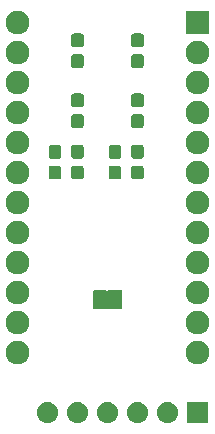
<source format=gts>
G04 #@! TF.GenerationSoftware,KiCad,Pcbnew,(5.1.4)-1*
G04 #@! TF.CreationDate,2019-12-18T21:33:11+01:00*
G04 #@! TF.ProjectId,ser,7365722e-6b69-4636-9164-5f7063625858,rev?*
G04 #@! TF.SameCoordinates,Original*
G04 #@! TF.FileFunction,Soldermask,Top*
G04 #@! TF.FilePolarity,Negative*
%FSLAX46Y46*%
G04 Gerber Fmt 4.6, Leading zero omitted, Abs format (unit mm)*
G04 Created by KiCad (PCBNEW (5.1.4)-1) date 2019-12-18 21:33:11*
%MOMM*%
%LPD*%
G04 APERTURE LIST*
%ADD10C,0.100000*%
G04 APERTURE END LIST*
D10*
G36*
X133993842Y-118485518D02*
G01*
X134060027Y-118492037D01*
X134229866Y-118543557D01*
X134386391Y-118627222D01*
X134422129Y-118656552D01*
X134523586Y-118739814D01*
X134606848Y-118841271D01*
X134636178Y-118877009D01*
X134719843Y-119033534D01*
X134771363Y-119203373D01*
X134788759Y-119380000D01*
X134771363Y-119556627D01*
X134719843Y-119726466D01*
X134636178Y-119882991D01*
X134606848Y-119918729D01*
X134523586Y-120020186D01*
X134422129Y-120103448D01*
X134386391Y-120132778D01*
X134229866Y-120216443D01*
X134060027Y-120267963D01*
X133993842Y-120274482D01*
X133927660Y-120281000D01*
X133839140Y-120281000D01*
X133772958Y-120274482D01*
X133706773Y-120267963D01*
X133536934Y-120216443D01*
X133380409Y-120132778D01*
X133344671Y-120103448D01*
X133243214Y-120020186D01*
X133159952Y-119918729D01*
X133130622Y-119882991D01*
X133046957Y-119726466D01*
X132995437Y-119556627D01*
X132978041Y-119380000D01*
X132995437Y-119203373D01*
X133046957Y-119033534D01*
X133130622Y-118877009D01*
X133159952Y-118841271D01*
X133243214Y-118739814D01*
X133344671Y-118656552D01*
X133380409Y-118627222D01*
X133536934Y-118543557D01*
X133706773Y-118492037D01*
X133772958Y-118485518D01*
X133839140Y-118479000D01*
X133927660Y-118479000D01*
X133993842Y-118485518D01*
X133993842Y-118485518D01*
G37*
G36*
X144153842Y-118485518D02*
G01*
X144220027Y-118492037D01*
X144389866Y-118543557D01*
X144546391Y-118627222D01*
X144582129Y-118656552D01*
X144683586Y-118739814D01*
X144766848Y-118841271D01*
X144796178Y-118877009D01*
X144879843Y-119033534D01*
X144931363Y-119203373D01*
X144948759Y-119380000D01*
X144931363Y-119556627D01*
X144879843Y-119726466D01*
X144796178Y-119882991D01*
X144766848Y-119918729D01*
X144683586Y-120020186D01*
X144582129Y-120103448D01*
X144546391Y-120132778D01*
X144389866Y-120216443D01*
X144220027Y-120267963D01*
X144153842Y-120274482D01*
X144087660Y-120281000D01*
X143999140Y-120281000D01*
X143932958Y-120274482D01*
X143866773Y-120267963D01*
X143696934Y-120216443D01*
X143540409Y-120132778D01*
X143504671Y-120103448D01*
X143403214Y-120020186D01*
X143319952Y-119918729D01*
X143290622Y-119882991D01*
X143206957Y-119726466D01*
X143155437Y-119556627D01*
X143138041Y-119380000D01*
X143155437Y-119203373D01*
X143206957Y-119033534D01*
X143290622Y-118877009D01*
X143319952Y-118841271D01*
X143403214Y-118739814D01*
X143504671Y-118656552D01*
X143540409Y-118627222D01*
X143696934Y-118543557D01*
X143866773Y-118492037D01*
X143932958Y-118485518D01*
X143999140Y-118479000D01*
X144087660Y-118479000D01*
X144153842Y-118485518D01*
X144153842Y-118485518D01*
G37*
G36*
X147484400Y-120281000D02*
G01*
X145682400Y-120281000D01*
X145682400Y-118479000D01*
X147484400Y-118479000D01*
X147484400Y-120281000D01*
X147484400Y-120281000D01*
G37*
G36*
X141613842Y-118485518D02*
G01*
X141680027Y-118492037D01*
X141849866Y-118543557D01*
X142006391Y-118627222D01*
X142042129Y-118656552D01*
X142143586Y-118739814D01*
X142226848Y-118841271D01*
X142256178Y-118877009D01*
X142339843Y-119033534D01*
X142391363Y-119203373D01*
X142408759Y-119380000D01*
X142391363Y-119556627D01*
X142339843Y-119726466D01*
X142256178Y-119882991D01*
X142226848Y-119918729D01*
X142143586Y-120020186D01*
X142042129Y-120103448D01*
X142006391Y-120132778D01*
X141849866Y-120216443D01*
X141680027Y-120267963D01*
X141613842Y-120274482D01*
X141547660Y-120281000D01*
X141459140Y-120281000D01*
X141392958Y-120274482D01*
X141326773Y-120267963D01*
X141156934Y-120216443D01*
X141000409Y-120132778D01*
X140964671Y-120103448D01*
X140863214Y-120020186D01*
X140779952Y-119918729D01*
X140750622Y-119882991D01*
X140666957Y-119726466D01*
X140615437Y-119556627D01*
X140598041Y-119380000D01*
X140615437Y-119203373D01*
X140666957Y-119033534D01*
X140750622Y-118877009D01*
X140779952Y-118841271D01*
X140863214Y-118739814D01*
X140964671Y-118656552D01*
X141000409Y-118627222D01*
X141156934Y-118543557D01*
X141326773Y-118492037D01*
X141392958Y-118485518D01*
X141459140Y-118479000D01*
X141547660Y-118479000D01*
X141613842Y-118485518D01*
X141613842Y-118485518D01*
G37*
G36*
X136533842Y-118485518D02*
G01*
X136600027Y-118492037D01*
X136769866Y-118543557D01*
X136926391Y-118627222D01*
X136962129Y-118656552D01*
X137063586Y-118739814D01*
X137146848Y-118841271D01*
X137176178Y-118877009D01*
X137259843Y-119033534D01*
X137311363Y-119203373D01*
X137328759Y-119380000D01*
X137311363Y-119556627D01*
X137259843Y-119726466D01*
X137176178Y-119882991D01*
X137146848Y-119918729D01*
X137063586Y-120020186D01*
X136962129Y-120103448D01*
X136926391Y-120132778D01*
X136769866Y-120216443D01*
X136600027Y-120267963D01*
X136533842Y-120274482D01*
X136467660Y-120281000D01*
X136379140Y-120281000D01*
X136312958Y-120274482D01*
X136246773Y-120267963D01*
X136076934Y-120216443D01*
X135920409Y-120132778D01*
X135884671Y-120103448D01*
X135783214Y-120020186D01*
X135699952Y-119918729D01*
X135670622Y-119882991D01*
X135586957Y-119726466D01*
X135535437Y-119556627D01*
X135518041Y-119380000D01*
X135535437Y-119203373D01*
X135586957Y-119033534D01*
X135670622Y-118877009D01*
X135699952Y-118841271D01*
X135783214Y-118739814D01*
X135884671Y-118656552D01*
X135920409Y-118627222D01*
X136076934Y-118543557D01*
X136246773Y-118492037D01*
X136312958Y-118485518D01*
X136379140Y-118479000D01*
X136467660Y-118479000D01*
X136533842Y-118485518D01*
X136533842Y-118485518D01*
G37*
G36*
X139073842Y-118485518D02*
G01*
X139140027Y-118492037D01*
X139309866Y-118543557D01*
X139466391Y-118627222D01*
X139502129Y-118656552D01*
X139603586Y-118739814D01*
X139686848Y-118841271D01*
X139716178Y-118877009D01*
X139799843Y-119033534D01*
X139851363Y-119203373D01*
X139868759Y-119380000D01*
X139851363Y-119556627D01*
X139799843Y-119726466D01*
X139716178Y-119882991D01*
X139686848Y-119918729D01*
X139603586Y-120020186D01*
X139502129Y-120103448D01*
X139466391Y-120132778D01*
X139309866Y-120216443D01*
X139140027Y-120267963D01*
X139073842Y-120274482D01*
X139007660Y-120281000D01*
X138919140Y-120281000D01*
X138852958Y-120274482D01*
X138786773Y-120267963D01*
X138616934Y-120216443D01*
X138460409Y-120132778D01*
X138424671Y-120103448D01*
X138323214Y-120020186D01*
X138239952Y-119918729D01*
X138210622Y-119882991D01*
X138126957Y-119726466D01*
X138075437Y-119556627D01*
X138058041Y-119380000D01*
X138075437Y-119203373D01*
X138126957Y-119033534D01*
X138210622Y-118877009D01*
X138239952Y-118841271D01*
X138323214Y-118739814D01*
X138424671Y-118656552D01*
X138460409Y-118627222D01*
X138616934Y-118543557D01*
X138786773Y-118492037D01*
X138852958Y-118485518D01*
X138919140Y-118479000D01*
X139007660Y-118479000D01*
X139073842Y-118485518D01*
X139073842Y-118485518D01*
G37*
G36*
X146872403Y-113347275D02*
G01*
X146872405Y-113347276D01*
X146872406Y-113347276D01*
X147052720Y-113421964D01*
X147214998Y-113530395D01*
X147353005Y-113668402D01*
X147461436Y-113830680D01*
X147536124Y-114010994D01*
X147574200Y-114202415D01*
X147574200Y-114397585D01*
X147536124Y-114589006D01*
X147461436Y-114769320D01*
X147353005Y-114931598D01*
X147214998Y-115069605D01*
X147052720Y-115178036D01*
X146872406Y-115252724D01*
X146872405Y-115252724D01*
X146872403Y-115252725D01*
X146680987Y-115290800D01*
X146485813Y-115290800D01*
X146294397Y-115252725D01*
X146294395Y-115252724D01*
X146294394Y-115252724D01*
X146114080Y-115178036D01*
X145951802Y-115069605D01*
X145813795Y-114931598D01*
X145705364Y-114769320D01*
X145630676Y-114589006D01*
X145592600Y-114397585D01*
X145592600Y-114202415D01*
X145630676Y-114010994D01*
X145705364Y-113830680D01*
X145813795Y-113668402D01*
X145951802Y-113530395D01*
X146114080Y-113421964D01*
X146294394Y-113347276D01*
X146294395Y-113347276D01*
X146294397Y-113347275D01*
X146485813Y-113309200D01*
X146680987Y-113309200D01*
X146872403Y-113347275D01*
X146872403Y-113347275D01*
G37*
G36*
X131632403Y-113347275D02*
G01*
X131632405Y-113347276D01*
X131632406Y-113347276D01*
X131812720Y-113421964D01*
X131974998Y-113530395D01*
X132113005Y-113668402D01*
X132221436Y-113830680D01*
X132296124Y-114010994D01*
X132334200Y-114202415D01*
X132334200Y-114397585D01*
X132296124Y-114589006D01*
X132221436Y-114769320D01*
X132113005Y-114931598D01*
X131974998Y-115069605D01*
X131812720Y-115178036D01*
X131632406Y-115252724D01*
X131632405Y-115252724D01*
X131632403Y-115252725D01*
X131440987Y-115290800D01*
X131245813Y-115290800D01*
X131054397Y-115252725D01*
X131054395Y-115252724D01*
X131054394Y-115252724D01*
X130874080Y-115178036D01*
X130711802Y-115069605D01*
X130573795Y-114931598D01*
X130465364Y-114769320D01*
X130390676Y-114589006D01*
X130352600Y-114397585D01*
X130352600Y-114202415D01*
X130390676Y-114010994D01*
X130465364Y-113830680D01*
X130573795Y-113668402D01*
X130711802Y-113530395D01*
X130874080Y-113421964D01*
X131054394Y-113347276D01*
X131054395Y-113347276D01*
X131054397Y-113347275D01*
X131245813Y-113309200D01*
X131440987Y-113309200D01*
X131632403Y-113347275D01*
X131632403Y-113347275D01*
G37*
G36*
X131632403Y-110807275D02*
G01*
X131632405Y-110807276D01*
X131632406Y-110807276D01*
X131812720Y-110881964D01*
X131974998Y-110990395D01*
X132113005Y-111128402D01*
X132221436Y-111290680D01*
X132296124Y-111470994D01*
X132334200Y-111662415D01*
X132334200Y-111857585D01*
X132296124Y-112049006D01*
X132221436Y-112229320D01*
X132113005Y-112391598D01*
X131974998Y-112529605D01*
X131812720Y-112638036D01*
X131632406Y-112712724D01*
X131632405Y-112712724D01*
X131632403Y-112712725D01*
X131440987Y-112750800D01*
X131245813Y-112750800D01*
X131054397Y-112712725D01*
X131054395Y-112712724D01*
X131054394Y-112712724D01*
X130874080Y-112638036D01*
X130711802Y-112529605D01*
X130573795Y-112391598D01*
X130465364Y-112229320D01*
X130390676Y-112049006D01*
X130352600Y-111857585D01*
X130352600Y-111662415D01*
X130390676Y-111470994D01*
X130465364Y-111290680D01*
X130573795Y-111128402D01*
X130711802Y-110990395D01*
X130874080Y-110881964D01*
X131054394Y-110807276D01*
X131054395Y-110807276D01*
X131054397Y-110807275D01*
X131245813Y-110769200D01*
X131440987Y-110769200D01*
X131632403Y-110807275D01*
X131632403Y-110807275D01*
G37*
G36*
X146872403Y-110807275D02*
G01*
X146872405Y-110807276D01*
X146872406Y-110807276D01*
X147052720Y-110881964D01*
X147214998Y-110990395D01*
X147353005Y-111128402D01*
X147461436Y-111290680D01*
X147536124Y-111470994D01*
X147574200Y-111662415D01*
X147574200Y-111857585D01*
X147536124Y-112049006D01*
X147461436Y-112229320D01*
X147353005Y-112391598D01*
X147214998Y-112529605D01*
X147052720Y-112638036D01*
X146872406Y-112712724D01*
X146872405Y-112712724D01*
X146872403Y-112712725D01*
X146680987Y-112750800D01*
X146485813Y-112750800D01*
X146294397Y-112712725D01*
X146294395Y-112712724D01*
X146294394Y-112712724D01*
X146114080Y-112638036D01*
X145951802Y-112529605D01*
X145813795Y-112391598D01*
X145705364Y-112229320D01*
X145630676Y-112049006D01*
X145592600Y-111857585D01*
X145592600Y-111662415D01*
X145630676Y-111470994D01*
X145705364Y-111290680D01*
X145813795Y-111128402D01*
X145951802Y-110990395D01*
X146114080Y-110881964D01*
X146294394Y-110807276D01*
X146294395Y-110807276D01*
X146294397Y-110807275D01*
X146485813Y-110769200D01*
X146680987Y-110769200D01*
X146872403Y-110807275D01*
X146872403Y-110807275D01*
G37*
G36*
X138823399Y-109054737D02*
G01*
X138833008Y-109057652D01*
X138841872Y-109062390D01*
X138858104Y-109075711D01*
X138878479Y-109089324D01*
X138901118Y-109098701D01*
X138925151Y-109103481D01*
X138949655Y-109103481D01*
X138973689Y-109098700D01*
X138996327Y-109089322D01*
X139016701Y-109075708D01*
X139034028Y-109058381D01*
X139036955Y-109054000D01*
X140164400Y-109054000D01*
X140164400Y-110656000D01*
X139036845Y-110656000D01*
X139025789Y-110642528D01*
X139006847Y-110626983D01*
X138985236Y-110615432D01*
X138961787Y-110608319D01*
X138937401Y-110605917D01*
X138913015Y-110608319D01*
X138889566Y-110615432D01*
X138858104Y-110634289D01*
X138841872Y-110647610D01*
X138833008Y-110652348D01*
X138823399Y-110655263D01*
X138807260Y-110656852D01*
X137819540Y-110656852D01*
X137803401Y-110655263D01*
X137793792Y-110652348D01*
X137784928Y-110647610D01*
X137777163Y-110641237D01*
X137770790Y-110633472D01*
X137766052Y-110624608D01*
X137763137Y-110614999D01*
X137761548Y-110598860D01*
X137761548Y-109111140D01*
X137763137Y-109095001D01*
X137766052Y-109085392D01*
X137770790Y-109076528D01*
X137777163Y-109068763D01*
X137784928Y-109062390D01*
X137793792Y-109057652D01*
X137803401Y-109054737D01*
X137819540Y-109053148D01*
X138807260Y-109053148D01*
X138823399Y-109054737D01*
X138823399Y-109054737D01*
G37*
G36*
X131632403Y-108267275D02*
G01*
X131632405Y-108267276D01*
X131632406Y-108267276D01*
X131812720Y-108341964D01*
X131974998Y-108450395D01*
X132113005Y-108588402D01*
X132221436Y-108750680D01*
X132296124Y-108930994D01*
X132296125Y-108930997D01*
X132334200Y-109122413D01*
X132334200Y-109317585D01*
X132296124Y-109509006D01*
X132221436Y-109689320D01*
X132113005Y-109851598D01*
X131974998Y-109989605D01*
X131812720Y-110098036D01*
X131632406Y-110172724D01*
X131632405Y-110172724D01*
X131632403Y-110172725D01*
X131440987Y-110210800D01*
X131245813Y-110210800D01*
X131054397Y-110172725D01*
X131054395Y-110172724D01*
X131054394Y-110172724D01*
X130874080Y-110098036D01*
X130711802Y-109989605D01*
X130573795Y-109851598D01*
X130465364Y-109689320D01*
X130390676Y-109509006D01*
X130352600Y-109317585D01*
X130352600Y-109122413D01*
X130390675Y-108930997D01*
X130390676Y-108930994D01*
X130465364Y-108750680D01*
X130573795Y-108588402D01*
X130711802Y-108450395D01*
X130874080Y-108341964D01*
X131054394Y-108267276D01*
X131054395Y-108267276D01*
X131054397Y-108267275D01*
X131245813Y-108229200D01*
X131440987Y-108229200D01*
X131632403Y-108267275D01*
X131632403Y-108267275D01*
G37*
G36*
X146872403Y-108267275D02*
G01*
X146872405Y-108267276D01*
X146872406Y-108267276D01*
X147052720Y-108341964D01*
X147214998Y-108450395D01*
X147353005Y-108588402D01*
X147461436Y-108750680D01*
X147536124Y-108930994D01*
X147536125Y-108930997D01*
X147574200Y-109122413D01*
X147574200Y-109317585D01*
X147536124Y-109509006D01*
X147461436Y-109689320D01*
X147353005Y-109851598D01*
X147214998Y-109989605D01*
X147052720Y-110098036D01*
X146872406Y-110172724D01*
X146872405Y-110172724D01*
X146872403Y-110172725D01*
X146680987Y-110210800D01*
X146485813Y-110210800D01*
X146294397Y-110172725D01*
X146294395Y-110172724D01*
X146294394Y-110172724D01*
X146114080Y-110098036D01*
X145951802Y-109989605D01*
X145813795Y-109851598D01*
X145705364Y-109689320D01*
X145630676Y-109509006D01*
X145592600Y-109317585D01*
X145592600Y-109122413D01*
X145630675Y-108930997D01*
X145630676Y-108930994D01*
X145705364Y-108750680D01*
X145813795Y-108588402D01*
X145951802Y-108450395D01*
X146114080Y-108341964D01*
X146294394Y-108267276D01*
X146294395Y-108267276D01*
X146294397Y-108267275D01*
X146485813Y-108229200D01*
X146680987Y-108229200D01*
X146872403Y-108267275D01*
X146872403Y-108267275D01*
G37*
G36*
X146872403Y-105727275D02*
G01*
X146872405Y-105727276D01*
X146872406Y-105727276D01*
X147052720Y-105801964D01*
X147214998Y-105910395D01*
X147353005Y-106048402D01*
X147461436Y-106210680D01*
X147536124Y-106390994D01*
X147574200Y-106582415D01*
X147574200Y-106777585D01*
X147536124Y-106969006D01*
X147461436Y-107149320D01*
X147353005Y-107311598D01*
X147214998Y-107449605D01*
X147052720Y-107558036D01*
X146872406Y-107632724D01*
X146872405Y-107632724D01*
X146872403Y-107632725D01*
X146680987Y-107670800D01*
X146485813Y-107670800D01*
X146294397Y-107632725D01*
X146294395Y-107632724D01*
X146294394Y-107632724D01*
X146114080Y-107558036D01*
X145951802Y-107449605D01*
X145813795Y-107311598D01*
X145705364Y-107149320D01*
X145630676Y-106969006D01*
X145592600Y-106777585D01*
X145592600Y-106582415D01*
X145630676Y-106390994D01*
X145705364Y-106210680D01*
X145813795Y-106048402D01*
X145951802Y-105910395D01*
X146114080Y-105801964D01*
X146294394Y-105727276D01*
X146294395Y-105727276D01*
X146294397Y-105727275D01*
X146485813Y-105689200D01*
X146680987Y-105689200D01*
X146872403Y-105727275D01*
X146872403Y-105727275D01*
G37*
G36*
X131632403Y-105727275D02*
G01*
X131632405Y-105727276D01*
X131632406Y-105727276D01*
X131812720Y-105801964D01*
X131974998Y-105910395D01*
X132113005Y-106048402D01*
X132221436Y-106210680D01*
X132296124Y-106390994D01*
X132334200Y-106582415D01*
X132334200Y-106777585D01*
X132296124Y-106969006D01*
X132221436Y-107149320D01*
X132113005Y-107311598D01*
X131974998Y-107449605D01*
X131812720Y-107558036D01*
X131632406Y-107632724D01*
X131632405Y-107632724D01*
X131632403Y-107632725D01*
X131440987Y-107670800D01*
X131245813Y-107670800D01*
X131054397Y-107632725D01*
X131054395Y-107632724D01*
X131054394Y-107632724D01*
X130874080Y-107558036D01*
X130711802Y-107449605D01*
X130573795Y-107311598D01*
X130465364Y-107149320D01*
X130390676Y-106969006D01*
X130352600Y-106777585D01*
X130352600Y-106582415D01*
X130390676Y-106390994D01*
X130465364Y-106210680D01*
X130573795Y-106048402D01*
X130711802Y-105910395D01*
X130874080Y-105801964D01*
X131054394Y-105727276D01*
X131054395Y-105727276D01*
X131054397Y-105727275D01*
X131245813Y-105689200D01*
X131440987Y-105689200D01*
X131632403Y-105727275D01*
X131632403Y-105727275D01*
G37*
G36*
X131632403Y-103187275D02*
G01*
X131632405Y-103187276D01*
X131632406Y-103187276D01*
X131812720Y-103261964D01*
X131974998Y-103370395D01*
X132113005Y-103508402D01*
X132221436Y-103670680D01*
X132296124Y-103850994D01*
X132334200Y-104042415D01*
X132334200Y-104237585D01*
X132296124Y-104429006D01*
X132221436Y-104609320D01*
X132113005Y-104771598D01*
X131974998Y-104909605D01*
X131812720Y-105018036D01*
X131632406Y-105092724D01*
X131632405Y-105092724D01*
X131632403Y-105092725D01*
X131440987Y-105130800D01*
X131245813Y-105130800D01*
X131054397Y-105092725D01*
X131054395Y-105092724D01*
X131054394Y-105092724D01*
X130874080Y-105018036D01*
X130711802Y-104909605D01*
X130573795Y-104771598D01*
X130465364Y-104609320D01*
X130390676Y-104429006D01*
X130352600Y-104237585D01*
X130352600Y-104042415D01*
X130390676Y-103850994D01*
X130465364Y-103670680D01*
X130573795Y-103508402D01*
X130711802Y-103370395D01*
X130874080Y-103261964D01*
X131054394Y-103187276D01*
X131054395Y-103187276D01*
X131054397Y-103187275D01*
X131245813Y-103149200D01*
X131440987Y-103149200D01*
X131632403Y-103187275D01*
X131632403Y-103187275D01*
G37*
G36*
X146872403Y-103187275D02*
G01*
X146872405Y-103187276D01*
X146872406Y-103187276D01*
X147052720Y-103261964D01*
X147214998Y-103370395D01*
X147353005Y-103508402D01*
X147461436Y-103670680D01*
X147536124Y-103850994D01*
X147574200Y-104042415D01*
X147574200Y-104237585D01*
X147536124Y-104429006D01*
X147461436Y-104609320D01*
X147353005Y-104771598D01*
X147214998Y-104909605D01*
X147052720Y-105018036D01*
X146872406Y-105092724D01*
X146872405Y-105092724D01*
X146872403Y-105092725D01*
X146680987Y-105130800D01*
X146485813Y-105130800D01*
X146294397Y-105092725D01*
X146294395Y-105092724D01*
X146294394Y-105092724D01*
X146114080Y-105018036D01*
X145951802Y-104909605D01*
X145813795Y-104771598D01*
X145705364Y-104609320D01*
X145630676Y-104429006D01*
X145592600Y-104237585D01*
X145592600Y-104042415D01*
X145630676Y-103850994D01*
X145705364Y-103670680D01*
X145813795Y-103508402D01*
X145951802Y-103370395D01*
X146114080Y-103261964D01*
X146294394Y-103187276D01*
X146294395Y-103187276D01*
X146294397Y-103187275D01*
X146485813Y-103149200D01*
X146680987Y-103149200D01*
X146872403Y-103187275D01*
X146872403Y-103187275D01*
G37*
G36*
X146872403Y-100647275D02*
G01*
X146872405Y-100647276D01*
X146872406Y-100647276D01*
X147052720Y-100721964D01*
X147214998Y-100830395D01*
X147353005Y-100968402D01*
X147461436Y-101130680D01*
X147536124Y-101310994D01*
X147574200Y-101502415D01*
X147574200Y-101697585D01*
X147536124Y-101889006D01*
X147461436Y-102069320D01*
X147353005Y-102231598D01*
X147214998Y-102369605D01*
X147052720Y-102478036D01*
X146872406Y-102552724D01*
X146872405Y-102552724D01*
X146872403Y-102552725D01*
X146680987Y-102590800D01*
X146485813Y-102590800D01*
X146294397Y-102552725D01*
X146294395Y-102552724D01*
X146294394Y-102552724D01*
X146114080Y-102478036D01*
X145951802Y-102369605D01*
X145813795Y-102231598D01*
X145705364Y-102069320D01*
X145630676Y-101889006D01*
X145592600Y-101697585D01*
X145592600Y-101502415D01*
X145630676Y-101310994D01*
X145705364Y-101130680D01*
X145813795Y-100968402D01*
X145951802Y-100830395D01*
X146114080Y-100721964D01*
X146294394Y-100647276D01*
X146294395Y-100647276D01*
X146294397Y-100647275D01*
X146485813Y-100609200D01*
X146680987Y-100609200D01*
X146872403Y-100647275D01*
X146872403Y-100647275D01*
G37*
G36*
X131632403Y-100647275D02*
G01*
X131632405Y-100647276D01*
X131632406Y-100647276D01*
X131812720Y-100721964D01*
X131974998Y-100830395D01*
X132113005Y-100968402D01*
X132221436Y-101130680D01*
X132296124Y-101310994D01*
X132334200Y-101502415D01*
X132334200Y-101697585D01*
X132296124Y-101889006D01*
X132221436Y-102069320D01*
X132113005Y-102231598D01*
X131974998Y-102369605D01*
X131812720Y-102478036D01*
X131632406Y-102552724D01*
X131632405Y-102552724D01*
X131632403Y-102552725D01*
X131440987Y-102590800D01*
X131245813Y-102590800D01*
X131054397Y-102552725D01*
X131054395Y-102552724D01*
X131054394Y-102552724D01*
X130874080Y-102478036D01*
X130711802Y-102369605D01*
X130573795Y-102231598D01*
X130465364Y-102069320D01*
X130390676Y-101889006D01*
X130352600Y-101697585D01*
X130352600Y-101502415D01*
X130390676Y-101310994D01*
X130465364Y-101130680D01*
X130573795Y-100968402D01*
X130711802Y-100830395D01*
X130874080Y-100721964D01*
X131054394Y-100647276D01*
X131054395Y-100647276D01*
X131054397Y-100647275D01*
X131245813Y-100609200D01*
X131440987Y-100609200D01*
X131632403Y-100647275D01*
X131632403Y-100647275D01*
G37*
G36*
X146872403Y-98107275D02*
G01*
X146872405Y-98107276D01*
X146872406Y-98107276D01*
X147052720Y-98181964D01*
X147214998Y-98290395D01*
X147353005Y-98428402D01*
X147461436Y-98590680D01*
X147536124Y-98770994D01*
X147574200Y-98962415D01*
X147574200Y-99157585D01*
X147536124Y-99349006D01*
X147461436Y-99529320D01*
X147353005Y-99691598D01*
X147214998Y-99829605D01*
X147052720Y-99938036D01*
X146872406Y-100012724D01*
X146872405Y-100012724D01*
X146872403Y-100012725D01*
X146680987Y-100050800D01*
X146485813Y-100050800D01*
X146294397Y-100012725D01*
X146294395Y-100012724D01*
X146294394Y-100012724D01*
X146114080Y-99938036D01*
X145951802Y-99829605D01*
X145813795Y-99691598D01*
X145705364Y-99529320D01*
X145630676Y-99349006D01*
X145592600Y-99157585D01*
X145592600Y-98962415D01*
X145630676Y-98770994D01*
X145705364Y-98590680D01*
X145813795Y-98428402D01*
X145951802Y-98290395D01*
X146114080Y-98181964D01*
X146294394Y-98107276D01*
X146294395Y-98107276D01*
X146294397Y-98107275D01*
X146485813Y-98069200D01*
X146680987Y-98069200D01*
X146872403Y-98107275D01*
X146872403Y-98107275D01*
G37*
G36*
X131632403Y-98107275D02*
G01*
X131632405Y-98107276D01*
X131632406Y-98107276D01*
X131812720Y-98181964D01*
X131974998Y-98290395D01*
X132113005Y-98428402D01*
X132221436Y-98590680D01*
X132296124Y-98770994D01*
X132334200Y-98962415D01*
X132334200Y-99157585D01*
X132296124Y-99349006D01*
X132221436Y-99529320D01*
X132113005Y-99691598D01*
X131974998Y-99829605D01*
X131812720Y-99938036D01*
X131632406Y-100012724D01*
X131632405Y-100012724D01*
X131632403Y-100012725D01*
X131440987Y-100050800D01*
X131245813Y-100050800D01*
X131054397Y-100012725D01*
X131054395Y-100012724D01*
X131054394Y-100012724D01*
X130874080Y-99938036D01*
X130711802Y-99829605D01*
X130573795Y-99691598D01*
X130465364Y-99529320D01*
X130390676Y-99349006D01*
X130352600Y-99157585D01*
X130352600Y-98962415D01*
X130390676Y-98770994D01*
X130465364Y-98590680D01*
X130573795Y-98428402D01*
X130711802Y-98290395D01*
X130874080Y-98181964D01*
X131054394Y-98107276D01*
X131054395Y-98107276D01*
X131054397Y-98107275D01*
X131245813Y-98069200D01*
X131440987Y-98069200D01*
X131632403Y-98107275D01*
X131632403Y-98107275D01*
G37*
G36*
X134882899Y-98488445D02*
G01*
X134920395Y-98499820D01*
X134954954Y-98518292D01*
X134985247Y-98543153D01*
X135010108Y-98573446D01*
X135028580Y-98608005D01*
X135039955Y-98645501D01*
X135044400Y-98690638D01*
X135044400Y-99429362D01*
X135039955Y-99474499D01*
X135028580Y-99511995D01*
X135010108Y-99546554D01*
X134985247Y-99576847D01*
X134954954Y-99601708D01*
X134920395Y-99620180D01*
X134882899Y-99631555D01*
X134837762Y-99636000D01*
X134199038Y-99636000D01*
X134153901Y-99631555D01*
X134116405Y-99620180D01*
X134081846Y-99601708D01*
X134051553Y-99576847D01*
X134026692Y-99546554D01*
X134008220Y-99511995D01*
X133996845Y-99474499D01*
X133992400Y-99429362D01*
X133992400Y-98690638D01*
X133996845Y-98645501D01*
X134008220Y-98608005D01*
X134026692Y-98573446D01*
X134051553Y-98543153D01*
X134081846Y-98518292D01*
X134116405Y-98499820D01*
X134153901Y-98488445D01*
X134199038Y-98484000D01*
X134837762Y-98484000D01*
X134882899Y-98488445D01*
X134882899Y-98488445D01*
G37*
G36*
X139962899Y-98488445D02*
G01*
X140000395Y-98499820D01*
X140034954Y-98518292D01*
X140065247Y-98543153D01*
X140090108Y-98573446D01*
X140108580Y-98608005D01*
X140119955Y-98645501D01*
X140124400Y-98690638D01*
X140124400Y-99429362D01*
X140119955Y-99474499D01*
X140108580Y-99511995D01*
X140090108Y-99546554D01*
X140065247Y-99576847D01*
X140034954Y-99601708D01*
X140000395Y-99620180D01*
X139962899Y-99631555D01*
X139917762Y-99636000D01*
X139279038Y-99636000D01*
X139233901Y-99631555D01*
X139196405Y-99620180D01*
X139161846Y-99601708D01*
X139131553Y-99576847D01*
X139106692Y-99546554D01*
X139088220Y-99511995D01*
X139076845Y-99474499D01*
X139072400Y-99429362D01*
X139072400Y-98690638D01*
X139076845Y-98645501D01*
X139088220Y-98608005D01*
X139106692Y-98573446D01*
X139131553Y-98543153D01*
X139161846Y-98518292D01*
X139196405Y-98499820D01*
X139233901Y-98488445D01*
X139279038Y-98484000D01*
X139917762Y-98484000D01*
X139962899Y-98488445D01*
X139962899Y-98488445D01*
G37*
G36*
X141867899Y-98488445D02*
G01*
X141905395Y-98499820D01*
X141939954Y-98518292D01*
X141970247Y-98543153D01*
X141995108Y-98573446D01*
X142013580Y-98608005D01*
X142024955Y-98645501D01*
X142029400Y-98690638D01*
X142029400Y-99429362D01*
X142024955Y-99474499D01*
X142013580Y-99511995D01*
X141995108Y-99546554D01*
X141970247Y-99576847D01*
X141939954Y-99601708D01*
X141905395Y-99620180D01*
X141867899Y-99631555D01*
X141822762Y-99636000D01*
X141184038Y-99636000D01*
X141138901Y-99631555D01*
X141101405Y-99620180D01*
X141066846Y-99601708D01*
X141036553Y-99576847D01*
X141011692Y-99546554D01*
X140993220Y-99511995D01*
X140981845Y-99474499D01*
X140977400Y-99429362D01*
X140977400Y-98690638D01*
X140981845Y-98645501D01*
X140993220Y-98608005D01*
X141011692Y-98573446D01*
X141036553Y-98543153D01*
X141066846Y-98518292D01*
X141101405Y-98499820D01*
X141138901Y-98488445D01*
X141184038Y-98484000D01*
X141822762Y-98484000D01*
X141867899Y-98488445D01*
X141867899Y-98488445D01*
G37*
G36*
X136787899Y-98488445D02*
G01*
X136825395Y-98499820D01*
X136859954Y-98518292D01*
X136890247Y-98543153D01*
X136915108Y-98573446D01*
X136933580Y-98608005D01*
X136944955Y-98645501D01*
X136949400Y-98690638D01*
X136949400Y-99429362D01*
X136944955Y-99474499D01*
X136933580Y-99511995D01*
X136915108Y-99546554D01*
X136890247Y-99576847D01*
X136859954Y-99601708D01*
X136825395Y-99620180D01*
X136787899Y-99631555D01*
X136742762Y-99636000D01*
X136104038Y-99636000D01*
X136058901Y-99631555D01*
X136021405Y-99620180D01*
X135986846Y-99601708D01*
X135956553Y-99576847D01*
X135931692Y-99546554D01*
X135913220Y-99511995D01*
X135901845Y-99474499D01*
X135897400Y-99429362D01*
X135897400Y-98690638D01*
X135901845Y-98645501D01*
X135913220Y-98608005D01*
X135931692Y-98573446D01*
X135956553Y-98543153D01*
X135986846Y-98518292D01*
X136021405Y-98499820D01*
X136058901Y-98488445D01*
X136104038Y-98484000D01*
X136742762Y-98484000D01*
X136787899Y-98488445D01*
X136787899Y-98488445D01*
G37*
G36*
X136787899Y-96738445D02*
G01*
X136825395Y-96749820D01*
X136859954Y-96768292D01*
X136890247Y-96793153D01*
X136915108Y-96823446D01*
X136933580Y-96858005D01*
X136944955Y-96895501D01*
X136949400Y-96940638D01*
X136949400Y-97679362D01*
X136944955Y-97724499D01*
X136933580Y-97761995D01*
X136915108Y-97796554D01*
X136890247Y-97826847D01*
X136859954Y-97851708D01*
X136825395Y-97870180D01*
X136787899Y-97881555D01*
X136742762Y-97886000D01*
X136104038Y-97886000D01*
X136058901Y-97881555D01*
X136021405Y-97870180D01*
X135986846Y-97851708D01*
X135956553Y-97826847D01*
X135931692Y-97796554D01*
X135913220Y-97761995D01*
X135901845Y-97724499D01*
X135897400Y-97679362D01*
X135897400Y-96940638D01*
X135901845Y-96895501D01*
X135913220Y-96858005D01*
X135931692Y-96823446D01*
X135956553Y-96793153D01*
X135986846Y-96768292D01*
X136021405Y-96749820D01*
X136058901Y-96738445D01*
X136104038Y-96734000D01*
X136742762Y-96734000D01*
X136787899Y-96738445D01*
X136787899Y-96738445D01*
G37*
G36*
X139962899Y-96738445D02*
G01*
X140000395Y-96749820D01*
X140034954Y-96768292D01*
X140065247Y-96793153D01*
X140090108Y-96823446D01*
X140108580Y-96858005D01*
X140119955Y-96895501D01*
X140124400Y-96940638D01*
X140124400Y-97679362D01*
X140119955Y-97724499D01*
X140108580Y-97761995D01*
X140090108Y-97796554D01*
X140065247Y-97826847D01*
X140034954Y-97851708D01*
X140000395Y-97870180D01*
X139962899Y-97881555D01*
X139917762Y-97886000D01*
X139279038Y-97886000D01*
X139233901Y-97881555D01*
X139196405Y-97870180D01*
X139161846Y-97851708D01*
X139131553Y-97826847D01*
X139106692Y-97796554D01*
X139088220Y-97761995D01*
X139076845Y-97724499D01*
X139072400Y-97679362D01*
X139072400Y-96940638D01*
X139076845Y-96895501D01*
X139088220Y-96858005D01*
X139106692Y-96823446D01*
X139131553Y-96793153D01*
X139161846Y-96768292D01*
X139196405Y-96749820D01*
X139233901Y-96738445D01*
X139279038Y-96734000D01*
X139917762Y-96734000D01*
X139962899Y-96738445D01*
X139962899Y-96738445D01*
G37*
G36*
X141867899Y-96738445D02*
G01*
X141905395Y-96749820D01*
X141939954Y-96768292D01*
X141970247Y-96793153D01*
X141995108Y-96823446D01*
X142013580Y-96858005D01*
X142024955Y-96895501D01*
X142029400Y-96940638D01*
X142029400Y-97679362D01*
X142024955Y-97724499D01*
X142013580Y-97761995D01*
X141995108Y-97796554D01*
X141970247Y-97826847D01*
X141939954Y-97851708D01*
X141905395Y-97870180D01*
X141867899Y-97881555D01*
X141822762Y-97886000D01*
X141184038Y-97886000D01*
X141138901Y-97881555D01*
X141101405Y-97870180D01*
X141066846Y-97851708D01*
X141036553Y-97826847D01*
X141011692Y-97796554D01*
X140993220Y-97761995D01*
X140981845Y-97724499D01*
X140977400Y-97679362D01*
X140977400Y-96940638D01*
X140981845Y-96895501D01*
X140993220Y-96858005D01*
X141011692Y-96823446D01*
X141036553Y-96793153D01*
X141066846Y-96768292D01*
X141101405Y-96749820D01*
X141138901Y-96738445D01*
X141184038Y-96734000D01*
X141822762Y-96734000D01*
X141867899Y-96738445D01*
X141867899Y-96738445D01*
G37*
G36*
X134882899Y-96738445D02*
G01*
X134920395Y-96749820D01*
X134954954Y-96768292D01*
X134985247Y-96793153D01*
X135010108Y-96823446D01*
X135028580Y-96858005D01*
X135039955Y-96895501D01*
X135044400Y-96940638D01*
X135044400Y-97679362D01*
X135039955Y-97724499D01*
X135028580Y-97761995D01*
X135010108Y-97796554D01*
X134985247Y-97826847D01*
X134954954Y-97851708D01*
X134920395Y-97870180D01*
X134882899Y-97881555D01*
X134837762Y-97886000D01*
X134199038Y-97886000D01*
X134153901Y-97881555D01*
X134116405Y-97870180D01*
X134081846Y-97851708D01*
X134051553Y-97826847D01*
X134026692Y-97796554D01*
X134008220Y-97761995D01*
X133996845Y-97724499D01*
X133992400Y-97679362D01*
X133992400Y-96940638D01*
X133996845Y-96895501D01*
X134008220Y-96858005D01*
X134026692Y-96823446D01*
X134051553Y-96793153D01*
X134081846Y-96768292D01*
X134116405Y-96749820D01*
X134153901Y-96738445D01*
X134199038Y-96734000D01*
X134837762Y-96734000D01*
X134882899Y-96738445D01*
X134882899Y-96738445D01*
G37*
G36*
X146872403Y-95567275D02*
G01*
X146872405Y-95567276D01*
X146872406Y-95567276D01*
X147052720Y-95641964D01*
X147214998Y-95750395D01*
X147353005Y-95888402D01*
X147461436Y-96050680D01*
X147536124Y-96230994D01*
X147536125Y-96230997D01*
X147574200Y-96422413D01*
X147574200Y-96617587D01*
X147539278Y-96793153D01*
X147536124Y-96809006D01*
X147461436Y-96989320D01*
X147353005Y-97151598D01*
X147214998Y-97289605D01*
X147052720Y-97398036D01*
X146872406Y-97472724D01*
X146872405Y-97472724D01*
X146872403Y-97472725D01*
X146680987Y-97510800D01*
X146485813Y-97510800D01*
X146294397Y-97472725D01*
X146294395Y-97472724D01*
X146294394Y-97472724D01*
X146114080Y-97398036D01*
X145951802Y-97289605D01*
X145813795Y-97151598D01*
X145705364Y-96989320D01*
X145630676Y-96809006D01*
X145627523Y-96793153D01*
X145592600Y-96617587D01*
X145592600Y-96422413D01*
X145630675Y-96230997D01*
X145630676Y-96230994D01*
X145705364Y-96050680D01*
X145813795Y-95888402D01*
X145951802Y-95750395D01*
X146114080Y-95641964D01*
X146294394Y-95567276D01*
X146294395Y-95567276D01*
X146294397Y-95567275D01*
X146485813Y-95529200D01*
X146680987Y-95529200D01*
X146872403Y-95567275D01*
X146872403Y-95567275D01*
G37*
G36*
X131632403Y-95567275D02*
G01*
X131632405Y-95567276D01*
X131632406Y-95567276D01*
X131812720Y-95641964D01*
X131974998Y-95750395D01*
X132113005Y-95888402D01*
X132221436Y-96050680D01*
X132296124Y-96230994D01*
X132296125Y-96230997D01*
X132334200Y-96422413D01*
X132334200Y-96617587D01*
X132299278Y-96793153D01*
X132296124Y-96809006D01*
X132221436Y-96989320D01*
X132113005Y-97151598D01*
X131974998Y-97289605D01*
X131812720Y-97398036D01*
X131632406Y-97472724D01*
X131632405Y-97472724D01*
X131632403Y-97472725D01*
X131440987Y-97510800D01*
X131245813Y-97510800D01*
X131054397Y-97472725D01*
X131054395Y-97472724D01*
X131054394Y-97472724D01*
X130874080Y-97398036D01*
X130711802Y-97289605D01*
X130573795Y-97151598D01*
X130465364Y-96989320D01*
X130390676Y-96809006D01*
X130387523Y-96793153D01*
X130352600Y-96617587D01*
X130352600Y-96422413D01*
X130390675Y-96230997D01*
X130390676Y-96230994D01*
X130465364Y-96050680D01*
X130573795Y-95888402D01*
X130711802Y-95750395D01*
X130874080Y-95641964D01*
X131054394Y-95567276D01*
X131054395Y-95567276D01*
X131054397Y-95567275D01*
X131245813Y-95529200D01*
X131440987Y-95529200D01*
X131632403Y-95567275D01*
X131632403Y-95567275D01*
G37*
G36*
X141867899Y-94130945D02*
G01*
X141905395Y-94142320D01*
X141939954Y-94160792D01*
X141970247Y-94185653D01*
X141995108Y-94215946D01*
X142013580Y-94250505D01*
X142024955Y-94288001D01*
X142029400Y-94333138D01*
X142029400Y-95071862D01*
X142024955Y-95116999D01*
X142013580Y-95154495D01*
X141995108Y-95189054D01*
X141970247Y-95219347D01*
X141939954Y-95244208D01*
X141905395Y-95262680D01*
X141867899Y-95274055D01*
X141822762Y-95278500D01*
X141184038Y-95278500D01*
X141138901Y-95274055D01*
X141101405Y-95262680D01*
X141066846Y-95244208D01*
X141036553Y-95219347D01*
X141011692Y-95189054D01*
X140993220Y-95154495D01*
X140981845Y-95116999D01*
X140977400Y-95071862D01*
X140977400Y-94333138D01*
X140981845Y-94288001D01*
X140993220Y-94250505D01*
X141011692Y-94215946D01*
X141036553Y-94185653D01*
X141066846Y-94160792D01*
X141101405Y-94142320D01*
X141138901Y-94130945D01*
X141184038Y-94126500D01*
X141822762Y-94126500D01*
X141867899Y-94130945D01*
X141867899Y-94130945D01*
G37*
G36*
X136787899Y-94130945D02*
G01*
X136825395Y-94142320D01*
X136859954Y-94160792D01*
X136890247Y-94185653D01*
X136915108Y-94215946D01*
X136933580Y-94250505D01*
X136944955Y-94288001D01*
X136949400Y-94333138D01*
X136949400Y-95071862D01*
X136944955Y-95116999D01*
X136933580Y-95154495D01*
X136915108Y-95189054D01*
X136890247Y-95219347D01*
X136859954Y-95244208D01*
X136825395Y-95262680D01*
X136787899Y-95274055D01*
X136742762Y-95278500D01*
X136104038Y-95278500D01*
X136058901Y-95274055D01*
X136021405Y-95262680D01*
X135986846Y-95244208D01*
X135956553Y-95219347D01*
X135931692Y-95189054D01*
X135913220Y-95154495D01*
X135901845Y-95116999D01*
X135897400Y-95071862D01*
X135897400Y-94333138D01*
X135901845Y-94288001D01*
X135913220Y-94250505D01*
X135931692Y-94215946D01*
X135956553Y-94185653D01*
X135986846Y-94160792D01*
X136021405Y-94142320D01*
X136058901Y-94130945D01*
X136104038Y-94126500D01*
X136742762Y-94126500D01*
X136787899Y-94130945D01*
X136787899Y-94130945D01*
G37*
G36*
X146872403Y-93027275D02*
G01*
X146872405Y-93027276D01*
X146872406Y-93027276D01*
X147052720Y-93101964D01*
X147214998Y-93210395D01*
X147353005Y-93348402D01*
X147461436Y-93510680D01*
X147536124Y-93690994D01*
X147536125Y-93690997D01*
X147574200Y-93882413D01*
X147574200Y-94077587D01*
X147541221Y-94243385D01*
X147536124Y-94269006D01*
X147461436Y-94449320D01*
X147353005Y-94611598D01*
X147214998Y-94749605D01*
X147052720Y-94858036D01*
X146872406Y-94932724D01*
X146872405Y-94932724D01*
X146872403Y-94932725D01*
X146680987Y-94970800D01*
X146485813Y-94970800D01*
X146294397Y-94932725D01*
X146294395Y-94932724D01*
X146294394Y-94932724D01*
X146114080Y-94858036D01*
X145951802Y-94749605D01*
X145813795Y-94611598D01*
X145705364Y-94449320D01*
X145630676Y-94269006D01*
X145625580Y-94243385D01*
X145592600Y-94077587D01*
X145592600Y-93882413D01*
X145630675Y-93690997D01*
X145630676Y-93690994D01*
X145705364Y-93510680D01*
X145813795Y-93348402D01*
X145951802Y-93210395D01*
X146114080Y-93101964D01*
X146294394Y-93027276D01*
X146294395Y-93027276D01*
X146294397Y-93027275D01*
X146485813Y-92989200D01*
X146680987Y-92989200D01*
X146872403Y-93027275D01*
X146872403Y-93027275D01*
G37*
G36*
X131632403Y-93027275D02*
G01*
X131632405Y-93027276D01*
X131632406Y-93027276D01*
X131812720Y-93101964D01*
X131974998Y-93210395D01*
X132113005Y-93348402D01*
X132221436Y-93510680D01*
X132296124Y-93690994D01*
X132296125Y-93690997D01*
X132334200Y-93882413D01*
X132334200Y-94077587D01*
X132301221Y-94243385D01*
X132296124Y-94269006D01*
X132221436Y-94449320D01*
X132113005Y-94611598D01*
X131974998Y-94749605D01*
X131812720Y-94858036D01*
X131632406Y-94932724D01*
X131632405Y-94932724D01*
X131632403Y-94932725D01*
X131440987Y-94970800D01*
X131245813Y-94970800D01*
X131054397Y-94932725D01*
X131054395Y-94932724D01*
X131054394Y-94932724D01*
X130874080Y-94858036D01*
X130711802Y-94749605D01*
X130573795Y-94611598D01*
X130465364Y-94449320D01*
X130390676Y-94269006D01*
X130385580Y-94243385D01*
X130352600Y-94077587D01*
X130352600Y-93882413D01*
X130390675Y-93690997D01*
X130390676Y-93690994D01*
X130465364Y-93510680D01*
X130573795Y-93348402D01*
X130711802Y-93210395D01*
X130874080Y-93101964D01*
X131054394Y-93027276D01*
X131054395Y-93027276D01*
X131054397Y-93027275D01*
X131245813Y-92989200D01*
X131440987Y-92989200D01*
X131632403Y-93027275D01*
X131632403Y-93027275D01*
G37*
G36*
X136787899Y-92380945D02*
G01*
X136825395Y-92392320D01*
X136859954Y-92410792D01*
X136890247Y-92435653D01*
X136915108Y-92465946D01*
X136933580Y-92500505D01*
X136944955Y-92538001D01*
X136949400Y-92583138D01*
X136949400Y-93321862D01*
X136944955Y-93366999D01*
X136933580Y-93404495D01*
X136915108Y-93439054D01*
X136890247Y-93469347D01*
X136859954Y-93494208D01*
X136825395Y-93512680D01*
X136787899Y-93524055D01*
X136742762Y-93528500D01*
X136104038Y-93528500D01*
X136058901Y-93524055D01*
X136021405Y-93512680D01*
X135986846Y-93494208D01*
X135956553Y-93469347D01*
X135931692Y-93439054D01*
X135913220Y-93404495D01*
X135901845Y-93366999D01*
X135897400Y-93321862D01*
X135897400Y-92583138D01*
X135901845Y-92538001D01*
X135913220Y-92500505D01*
X135931692Y-92465946D01*
X135956553Y-92435653D01*
X135986846Y-92410792D01*
X136021405Y-92392320D01*
X136058901Y-92380945D01*
X136104038Y-92376500D01*
X136742762Y-92376500D01*
X136787899Y-92380945D01*
X136787899Y-92380945D01*
G37*
G36*
X141867899Y-92380945D02*
G01*
X141905395Y-92392320D01*
X141939954Y-92410792D01*
X141970247Y-92435653D01*
X141995108Y-92465946D01*
X142013580Y-92500505D01*
X142024955Y-92538001D01*
X142029400Y-92583138D01*
X142029400Y-93321862D01*
X142024955Y-93366999D01*
X142013580Y-93404495D01*
X141995108Y-93439054D01*
X141970247Y-93469347D01*
X141939954Y-93494208D01*
X141905395Y-93512680D01*
X141867899Y-93524055D01*
X141822762Y-93528500D01*
X141184038Y-93528500D01*
X141138901Y-93524055D01*
X141101405Y-93512680D01*
X141066846Y-93494208D01*
X141036553Y-93469347D01*
X141011692Y-93439054D01*
X140993220Y-93404495D01*
X140981845Y-93366999D01*
X140977400Y-93321862D01*
X140977400Y-92583138D01*
X140981845Y-92538001D01*
X140993220Y-92500505D01*
X141011692Y-92465946D01*
X141036553Y-92435653D01*
X141066846Y-92410792D01*
X141101405Y-92392320D01*
X141138901Y-92380945D01*
X141184038Y-92376500D01*
X141822762Y-92376500D01*
X141867899Y-92380945D01*
X141867899Y-92380945D01*
G37*
G36*
X146872403Y-90487275D02*
G01*
X146872405Y-90487276D01*
X146872406Y-90487276D01*
X147052720Y-90561964D01*
X147214998Y-90670395D01*
X147353005Y-90808402D01*
X147461436Y-90970680D01*
X147536124Y-91150994D01*
X147574200Y-91342415D01*
X147574200Y-91537585D01*
X147536124Y-91729006D01*
X147461436Y-91909320D01*
X147353005Y-92071598D01*
X147214998Y-92209605D01*
X147052720Y-92318036D01*
X146872406Y-92392724D01*
X146872405Y-92392724D01*
X146872403Y-92392725D01*
X146680987Y-92430800D01*
X146485813Y-92430800D01*
X146294397Y-92392725D01*
X146294395Y-92392724D01*
X146294394Y-92392724D01*
X146114080Y-92318036D01*
X145951802Y-92209605D01*
X145813795Y-92071598D01*
X145705364Y-91909320D01*
X145630676Y-91729006D01*
X145592600Y-91537585D01*
X145592600Y-91342415D01*
X145630676Y-91150994D01*
X145705364Y-90970680D01*
X145813795Y-90808402D01*
X145951802Y-90670395D01*
X146114080Y-90561964D01*
X146294394Y-90487276D01*
X146294395Y-90487276D01*
X146294397Y-90487275D01*
X146485813Y-90449200D01*
X146680987Y-90449200D01*
X146872403Y-90487275D01*
X146872403Y-90487275D01*
G37*
G36*
X131632403Y-90487275D02*
G01*
X131632405Y-90487276D01*
X131632406Y-90487276D01*
X131812720Y-90561964D01*
X131974998Y-90670395D01*
X132113005Y-90808402D01*
X132221436Y-90970680D01*
X132296124Y-91150994D01*
X132334200Y-91342415D01*
X132334200Y-91537585D01*
X132296124Y-91729006D01*
X132221436Y-91909320D01*
X132113005Y-92071598D01*
X131974998Y-92209605D01*
X131812720Y-92318036D01*
X131632406Y-92392724D01*
X131632405Y-92392724D01*
X131632403Y-92392725D01*
X131440987Y-92430800D01*
X131245813Y-92430800D01*
X131054397Y-92392725D01*
X131054395Y-92392724D01*
X131054394Y-92392724D01*
X130874080Y-92318036D01*
X130711802Y-92209605D01*
X130573795Y-92071598D01*
X130465364Y-91909320D01*
X130390676Y-91729006D01*
X130352600Y-91537585D01*
X130352600Y-91342415D01*
X130390676Y-91150994D01*
X130465364Y-90970680D01*
X130573795Y-90808402D01*
X130711802Y-90670395D01*
X130874080Y-90561964D01*
X131054394Y-90487276D01*
X131054395Y-90487276D01*
X131054397Y-90487275D01*
X131245813Y-90449200D01*
X131440987Y-90449200D01*
X131632403Y-90487275D01*
X131632403Y-90487275D01*
G37*
G36*
X141867899Y-89050945D02*
G01*
X141905395Y-89062320D01*
X141939954Y-89080792D01*
X141970247Y-89105653D01*
X141995108Y-89135946D01*
X142013580Y-89170505D01*
X142024955Y-89208001D01*
X142029400Y-89253138D01*
X142029400Y-89991862D01*
X142024955Y-90036999D01*
X142013580Y-90074495D01*
X141995108Y-90109054D01*
X141970247Y-90139347D01*
X141939954Y-90164208D01*
X141905395Y-90182680D01*
X141867899Y-90194055D01*
X141822762Y-90198500D01*
X141184038Y-90198500D01*
X141138901Y-90194055D01*
X141101405Y-90182680D01*
X141066846Y-90164208D01*
X141036553Y-90139347D01*
X141011692Y-90109054D01*
X140993220Y-90074495D01*
X140981845Y-90036999D01*
X140977400Y-89991862D01*
X140977400Y-89253138D01*
X140981845Y-89208001D01*
X140993220Y-89170505D01*
X141011692Y-89135946D01*
X141036553Y-89105653D01*
X141066846Y-89080792D01*
X141101405Y-89062320D01*
X141138901Y-89050945D01*
X141184038Y-89046500D01*
X141822762Y-89046500D01*
X141867899Y-89050945D01*
X141867899Y-89050945D01*
G37*
G36*
X136787899Y-89050945D02*
G01*
X136825395Y-89062320D01*
X136859954Y-89080792D01*
X136890247Y-89105653D01*
X136915108Y-89135946D01*
X136933580Y-89170505D01*
X136944955Y-89208001D01*
X136949400Y-89253138D01*
X136949400Y-89991862D01*
X136944955Y-90036999D01*
X136933580Y-90074495D01*
X136915108Y-90109054D01*
X136890247Y-90139347D01*
X136859954Y-90164208D01*
X136825395Y-90182680D01*
X136787899Y-90194055D01*
X136742762Y-90198500D01*
X136104038Y-90198500D01*
X136058901Y-90194055D01*
X136021405Y-90182680D01*
X135986846Y-90164208D01*
X135956553Y-90139347D01*
X135931692Y-90109054D01*
X135913220Y-90074495D01*
X135901845Y-90036999D01*
X135897400Y-89991862D01*
X135897400Y-89253138D01*
X135901845Y-89208001D01*
X135913220Y-89170505D01*
X135931692Y-89135946D01*
X135956553Y-89105653D01*
X135986846Y-89080792D01*
X136021405Y-89062320D01*
X136058901Y-89050945D01*
X136104038Y-89046500D01*
X136742762Y-89046500D01*
X136787899Y-89050945D01*
X136787899Y-89050945D01*
G37*
G36*
X146872403Y-87947275D02*
G01*
X146872405Y-87947276D01*
X146872406Y-87947276D01*
X147052720Y-88021964D01*
X147214998Y-88130395D01*
X147353005Y-88268402D01*
X147461436Y-88430680D01*
X147536124Y-88610994D01*
X147536125Y-88610997D01*
X147574200Y-88802413D01*
X147574200Y-88997587D01*
X147541221Y-89163385D01*
X147536124Y-89189006D01*
X147461436Y-89369320D01*
X147353005Y-89531598D01*
X147214998Y-89669605D01*
X147052720Y-89778036D01*
X146872406Y-89852724D01*
X146872405Y-89852724D01*
X146872403Y-89852725D01*
X146680987Y-89890800D01*
X146485813Y-89890800D01*
X146294397Y-89852725D01*
X146294395Y-89852724D01*
X146294394Y-89852724D01*
X146114080Y-89778036D01*
X145951802Y-89669605D01*
X145813795Y-89531598D01*
X145705364Y-89369320D01*
X145630676Y-89189006D01*
X145625580Y-89163385D01*
X145592600Y-88997587D01*
X145592600Y-88802413D01*
X145630675Y-88610997D01*
X145630676Y-88610994D01*
X145705364Y-88430680D01*
X145813795Y-88268402D01*
X145951802Y-88130395D01*
X146114080Y-88021964D01*
X146294394Y-87947276D01*
X146294395Y-87947276D01*
X146294397Y-87947275D01*
X146485813Y-87909200D01*
X146680987Y-87909200D01*
X146872403Y-87947275D01*
X146872403Y-87947275D01*
G37*
G36*
X131632403Y-87947275D02*
G01*
X131632405Y-87947276D01*
X131632406Y-87947276D01*
X131812720Y-88021964D01*
X131974998Y-88130395D01*
X132113005Y-88268402D01*
X132221436Y-88430680D01*
X132296124Y-88610994D01*
X132296125Y-88610997D01*
X132334200Y-88802413D01*
X132334200Y-88997587D01*
X132301221Y-89163385D01*
X132296124Y-89189006D01*
X132221436Y-89369320D01*
X132113005Y-89531598D01*
X131974998Y-89669605D01*
X131812720Y-89778036D01*
X131632406Y-89852724D01*
X131632405Y-89852724D01*
X131632403Y-89852725D01*
X131440987Y-89890800D01*
X131245813Y-89890800D01*
X131054397Y-89852725D01*
X131054395Y-89852724D01*
X131054394Y-89852724D01*
X130874080Y-89778036D01*
X130711802Y-89669605D01*
X130573795Y-89531598D01*
X130465364Y-89369320D01*
X130390676Y-89189006D01*
X130385580Y-89163385D01*
X130352600Y-88997587D01*
X130352600Y-88802413D01*
X130390675Y-88610997D01*
X130390676Y-88610994D01*
X130465364Y-88430680D01*
X130573795Y-88268402D01*
X130711802Y-88130395D01*
X130874080Y-88021964D01*
X131054394Y-87947276D01*
X131054395Y-87947276D01*
X131054397Y-87947275D01*
X131245813Y-87909200D01*
X131440987Y-87909200D01*
X131632403Y-87947275D01*
X131632403Y-87947275D01*
G37*
G36*
X141867899Y-87300945D02*
G01*
X141905395Y-87312320D01*
X141939954Y-87330792D01*
X141970247Y-87355653D01*
X141995108Y-87385946D01*
X142013580Y-87420505D01*
X142024955Y-87458001D01*
X142029400Y-87503138D01*
X142029400Y-88241862D01*
X142024955Y-88286999D01*
X142013580Y-88324495D01*
X141995108Y-88359054D01*
X141970247Y-88389347D01*
X141939954Y-88414208D01*
X141905395Y-88432680D01*
X141867899Y-88444055D01*
X141822762Y-88448500D01*
X141184038Y-88448500D01*
X141138901Y-88444055D01*
X141101405Y-88432680D01*
X141066846Y-88414208D01*
X141036553Y-88389347D01*
X141011692Y-88359054D01*
X140993220Y-88324495D01*
X140981845Y-88286999D01*
X140977400Y-88241862D01*
X140977400Y-87503138D01*
X140981845Y-87458001D01*
X140993220Y-87420505D01*
X141011692Y-87385946D01*
X141036553Y-87355653D01*
X141066846Y-87330792D01*
X141101405Y-87312320D01*
X141138901Y-87300945D01*
X141184038Y-87296500D01*
X141822762Y-87296500D01*
X141867899Y-87300945D01*
X141867899Y-87300945D01*
G37*
G36*
X136787899Y-87300945D02*
G01*
X136825395Y-87312320D01*
X136859954Y-87330792D01*
X136890247Y-87355653D01*
X136915108Y-87385946D01*
X136933580Y-87420505D01*
X136944955Y-87458001D01*
X136949400Y-87503138D01*
X136949400Y-88241862D01*
X136944955Y-88286999D01*
X136933580Y-88324495D01*
X136915108Y-88359054D01*
X136890247Y-88389347D01*
X136859954Y-88414208D01*
X136825395Y-88432680D01*
X136787899Y-88444055D01*
X136742762Y-88448500D01*
X136104038Y-88448500D01*
X136058901Y-88444055D01*
X136021405Y-88432680D01*
X135986846Y-88414208D01*
X135956553Y-88389347D01*
X135931692Y-88359054D01*
X135913220Y-88324495D01*
X135901845Y-88286999D01*
X135897400Y-88241862D01*
X135897400Y-87503138D01*
X135901845Y-87458001D01*
X135913220Y-87420505D01*
X135931692Y-87385946D01*
X135956553Y-87355653D01*
X135986846Y-87330792D01*
X136021405Y-87312320D01*
X136058901Y-87300945D01*
X136104038Y-87296500D01*
X136742762Y-87296500D01*
X136787899Y-87300945D01*
X136787899Y-87300945D01*
G37*
G36*
X131632403Y-85407275D02*
G01*
X131632405Y-85407276D01*
X131632406Y-85407276D01*
X131812720Y-85481964D01*
X131974998Y-85590395D01*
X132113005Y-85728402D01*
X132221436Y-85890680D01*
X132296124Y-86070994D01*
X132334200Y-86262415D01*
X132334200Y-86457585D01*
X132296124Y-86649006D01*
X132221436Y-86829320D01*
X132113005Y-86991598D01*
X131974998Y-87129605D01*
X131812720Y-87238036D01*
X131632406Y-87312724D01*
X131632405Y-87312724D01*
X131632403Y-87312725D01*
X131440987Y-87350800D01*
X131245813Y-87350800D01*
X131054397Y-87312725D01*
X131054395Y-87312724D01*
X131054394Y-87312724D01*
X130874080Y-87238036D01*
X130711802Y-87129605D01*
X130573795Y-86991598D01*
X130465364Y-86829320D01*
X130390676Y-86649006D01*
X130352600Y-86457585D01*
X130352600Y-86262415D01*
X130390676Y-86070994D01*
X130465364Y-85890680D01*
X130573795Y-85728402D01*
X130711802Y-85590395D01*
X130874080Y-85481964D01*
X131054394Y-85407276D01*
X131054395Y-85407276D01*
X131054397Y-85407275D01*
X131245813Y-85369200D01*
X131440987Y-85369200D01*
X131632403Y-85407275D01*
X131632403Y-85407275D01*
G37*
G36*
X147574200Y-87350800D02*
G01*
X145592600Y-87350800D01*
X145592600Y-85369200D01*
X147574200Y-85369200D01*
X147574200Y-87350800D01*
X147574200Y-87350800D01*
G37*
M02*

</source>
